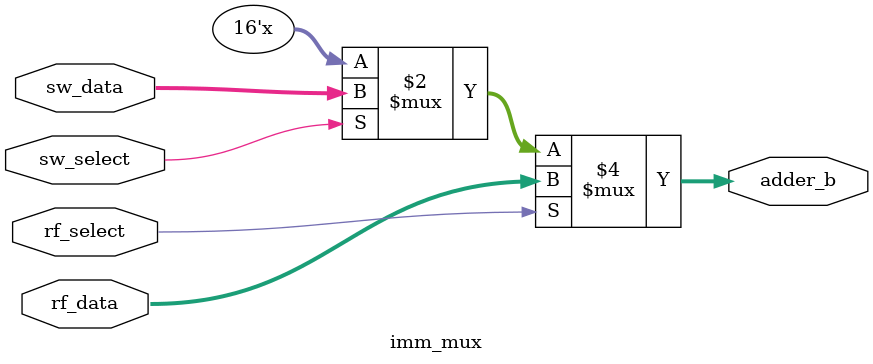
<source format=v>
module imm_mux( input [15:0] sw_data, rf_data,
    input sw_select,
    input rf_select,
    output reg [15:0] adder_b
    );
    
    always @(*) begin
        if (sw_select) adder_b <= sw_data;
        if (rf_select) adder_b <= rf_data;
    end
endmodule
</source>
